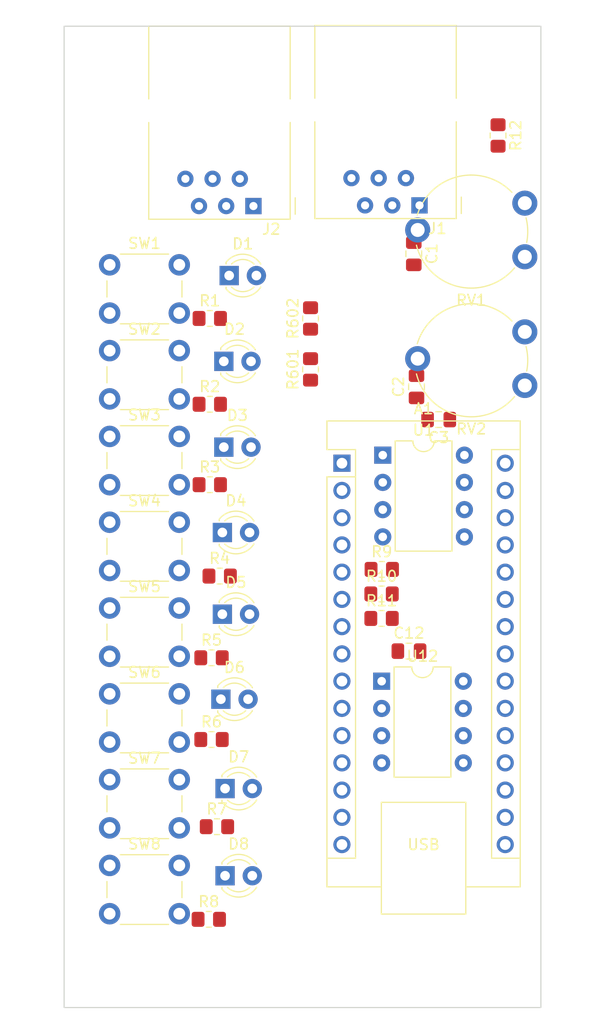
<source format=kicad_pcb>
(kicad_pcb (version 20211014) (generator pcbnew)
  (layers (0 "F.Cu" signal) (31 "B.Cu" signal) (34 "B.Paste" user) (35 "F.Paste" user) (36 "B.SilkS" user "B.Silkscreen") (37 "F.SilkS" user "F.Silkscreen") (38 "B.Mask" user) (39 "F.Mask" user) (44 "Edge.Cuts" user))
  (net 0 "")
  (net 1 "Tx")
  (net 2 "Rx")
  (net 4 "GND")
  (net 5 "dir")
  (net 6 "GPIO1")
  (net 7 "GPIO2")
  (net 8 "GPIO3")
  (net 9 "GPIO4")
  (net 10 "GPIO5")
  (net 11 "GPIO6")
  (net 12 "GPIO7")
  (net 13 "GPIO8")
  (net 19 "A0")
  (net 20 "A1")
  (net 25 "+5V")
  (net 27 "+12V")
  (net 28 "Net-(D1-Pad2)")
  (net 29 "Net-(D2-Pad2)")
  (net 30 "Net-(D3-Pad2)")
  (net 31 "Net-(D4-Pad2)")
  (net 32 "Net-(D5-Pad2)")
  (net 33 "Net-(D6-Pad2)")
  (net 34 "Net-(D7-Pad2)")
  (net 35 "Net-(D8-Pad2)")
  (net 37 "/Xnet/B")
  (net 38 "/Xnet/A")
  (net 42 "SDA")
  (net 43 "SCL")
  (footprint "Package_DIP:DIP-8_W7.62mm" (layer "F.Cu") (at 100.74 94.996)
    (fp_text reference "U1" (at 3.81 -2.33) (layer "F.SilkS"))
    (fp_text value "MAX485E")
    (fp_line (start 2.81 -1.33) (end 1.16 -1.33) (layer "F.SilkS") (width 0.12))
    (fp_line (start 1.16 -1.33) (end 1.16 8.95) (layer "F.SilkS") (width 0.12))
    (fp_line (start 6.46 -1.33) (end 4.81 -1.33) (layer "F.SilkS") (width 0.12))
    (fp_line (start 6.46 8.95) (end 6.46 -1.33) (layer "F.SilkS") (width 0.12))
    (fp_line (start 1.16 8.95) (end 6.46 8.95) (layer "F.SilkS") (width 0.12))
    (fp_arc (start 4.81 -1.33) (mid 3.81 -0.33) (end 2.81 -1.33) (layer "F.SilkS") (width 0.12))
    (pad "1" thru_hole rect (at 0 0) (size 1.6 1.6) (drill 0.8) (layers *.Cu *.Mask) (net 2 "Rx"))
    (pad "2" thru_hole oval (at 0 2.54) (size 1.6 1.6) (drill 0.8) (layers *.Cu *.Mask) (net 5 "dir"))
    (pad "3" thru_hole oval (at 0 5.08) (size 1.6 1.6) (drill 0.8) (layers *.Cu *.Mask) (net 5 "dir"))
    (pad "4" thru_hole oval (at 0 7.62) (size 1.6 1.6) (drill 0.8) (layers *.Cu *.Mask) (net 1 "Tx"))
    (pad "5" thru_hole oval (at 7.62 7.62) (size 1.6 1.6) (drill 0.8) (layers *.Cu *.Mask) (net 4 "GND"))
    (pad "6" thru_hole oval (at 7.62 5.08) (size 1.6 1.6) (drill 0.8) (layers *.Cu *.Mask) (net 38 "/Xnet/A"))
    (pad "7" thru_hole oval (at 7.62 2.54) (size 1.6 1.6) (drill 0.8) (layers *.Cu *.Mask) (net 37 "/Xnet/B"))
    (pad "8" thru_hole oval (at 7.62 0) (size 1.6 1.6) (drill 0.8) (layers *.Cu *.Mask) (net 25 "+5V"))
  )
  (footprint "Connector_RJ:RJ12_Amphenol_54601" (layer "F.Cu") (at 88.67 71.77 180)
    (fp_text reference "J2" (at -1.67 -2.16) (layer "F.SilkS"))
    (fp_text value "RJ12")
    (fp_line (start 9.77 16.77) (end 9.77 9.99) (layer "F.SilkS") (width 0.12))
    (fp_line (start 9.77 -1.23) (end 9.77 7.79) (layer "F.SilkS") (width 0.12))
    (fp_line (start -3.43 7.72) (end -3.43 7.79) (layer "F.SilkS") (width 0.1))
    (fp_line (start -3.43 7.79) (end -3.43 -1.23) (layer "F.SilkS") (width 0.12))
    (fp_line (start 9.77 16.65) (end 9.77 16.77) (layer "F.SilkS") (width 0.1))
    (fp_line (start -3.43 16.77) (end -3.43 9.99) (layer "F.SilkS") (width 0.12))
    (fp_line (start -3.9 0.77) (end -3.9 -0.76) (layer "F.SilkS") (width 0.12))
    (fp_line (start 9.77 16.76) (end 9.77 16.77) (layer "F.SilkS") (width 0.1))
    (fp_line (start -3.43 -1.23) (end 9.77 -1.23) (layer "F.SilkS") (width 0.12))
    (fp_line (start 9.77 16.77) (end -3.43 16.77) (layer "F.SilkS") (width 0.12))
    (pad "" np_thru_hole circle (at 8.25 8.89 180) (size 3.25 3.25) (drill 3.25) (layers *.Cu *.Mask))
    (pad "" np_thru_hole circle (at -1.91 8.89 180) (size 3.25 3.25) (drill 3.25) (layers *.Cu *.Mask))
    (pad "1" thru_hole rect (at 0 0 180) (size 1.52 1.52) (drill 0.76) (layers *.Cu *.Mask))
    (pad "2" thru_hole circle (at 1.27 2.54 180) (size 1.52 1.52) (drill 0.76) (layers *.Cu *.Mask) (net 4 "GND"))
    (pad "3" thru_hole circle (at 2.54 0 180) (size 1.52 1.52) (drill 0.76) (layers *.Cu *.Mask) (net 37 "/Xnet/B"))
    (pad "4" thru_hole circle (at 3.81 2.54 180) (size 1.52 1.52) (drill 0.76) (layers *.Cu *.Mask) (net 38 "/Xnet/A"))
    (pad "5" thru_hole circle (at 5.08 0 180) (size 1.52 1.52) (drill 0.76) (layers *.Cu *.Mask) (net 27 "+12V"))
    (pad "6" thru_hole circle (at 6.35 2.54 180) (size 1.52 1.52) (drill 0.76) (layers *.Cu *.Mask))
  )
  (footprint "LED_THT:LED_D3.0mm" (layer "F.Cu") (at 86.023 134.21)
    (fp_text reference "D8" (at 1.27 -2.96) (layer "F.SilkS"))
    (fp_text value "LED")
    (fp_line (start -0.29 -1.236) (end -0.29 -1.08) (layer "F.SilkS") (width 0.12))
    (fp_line (start -0.29 1.08) (end -0.29 1.236) (layer "F.SilkS") (width 0.12))
    (fp_arc (start -0.29 -1.235516) (mid 1.366487 -1.987659) (end 2.942335 -1.078608) (layer "F.SilkS") (width 0.12))
    (fp_arc (start 2.31113 1.079837) (mid 1.270117 1.5) (end 0.229039 1.08) (layer "F.SilkS") (width 0.12))
    (fp_arc (start 2.942335 1.078608) (mid 1.366487 1.987659) (end -0.29 1.235516) (layer "F.SilkS") (width 0.12))
    (fp_arc (start 0.229039 -1.08) (mid 1.270117 -1.5) (end 2.31113 -1.079837) (layer "F.SilkS") (width 0.12))
    (pad "1" thru_hole rect (at 0 0) (size 1.8 1.8) (drill 0.9) (layers *.Cu *.Mask) (net 13 "GPIO8"))
    (pad "2" thru_hole circle (at 2.54 0) (size 1.8 1.8) (drill 0.9) (layers *.Cu *.Mask) (net 35 "Net-(D8-Pad2)"))
  )
  (footprint "Button_Switch_THT:SW_PUSH_6mm_H4.3mm" (layer "F.Cu") (at 75.25 93.25)
    (fp_text reference "SW3" (at 3.25 -2) (layer "F.SilkS"))
    (fp_text value "SW_SPST")
    (fp_line (start 6.75 3) (end 6.75 1.5) (layer "F.SilkS") (width 0.12))
    (fp_line (start -0.25 1.5) (end -0.25 3) (layer "F.SilkS") (width 0.12))
    (fp_line (start 1 5.5) (end 5.5 5.5) (layer "F.SilkS") (width 0.12))
    (fp_line (start 5.5 -1) (end 1 -1) (layer "F.SilkS") (width 0.12))
    (pad "1" thru_hole circle (at 6.5 0 90) (size 2 2) (drill 1.1) (layers *.Cu *.Mask) (net 4 "GND"))
    (pad "1" thru_hole circle (at 0 0 90) (size 2 2) (drill 1.1) (layers *.Cu *.Mask) (net 4 "GND"))
    (pad "2" thru_hole circle (at 0 4.5 90) (size 2 2) (drill 1.1) (layers *.Cu *.Mask) (net 8 "GPIO3"))
    (pad "2" thru_hole circle (at 6.5 4.5 90) (size 2 2) (drill 1.1) (layers *.Cu *.Mask) (net 8 "GPIO3"))
  )
  (footprint "Module:Arduino_Nano" (layer "F.Cu") (at 96.93 95.746)
    (fp_text reference "A1" (at 7.62 -5.08) (layer "F.SilkS"))
    (fp_text value "Arduino_Nano_v3.x")
    (fp_text user "USB" (at 7.62 35.56 unlocked) (layer "F.SilkS"))
    (fp_line (start 1.27 36.83) (end -1.4 36.83) (layer "F.SilkS") (width 0.12))
    (fp_line (start 13.97 36.83) (end 16.64 36.83) (layer "F.SilkS") (width 0.12))
    (fp_line (start 13.97 -1.27) (end 16.64 -1.27) (layer "F.SilkS") (width 0.12))
    (fp_line (start 1.27 1.27) (end -1.4 1.27) (layer "F.SilkS") (width 0.12))
    (fp_line (start 1.27 1.27) (end 1.27 -1.27) (layer "F.SilkS") (width 0.12))
    (fp_line (start 16.64 39.5) (end 16.64 -3.94) (layer "F.SilkS") (width 0.12))
    (fp_line (start -1.4 39.5) (end 3.68 39.5) (layer "F.SilkS") (width 0.12))
    (fp_line (start 3.68 31.62) (end 11.56 31.62) (layer "F.SilkS") (width 0.12))
    (fp_line (start 11.56 42.04) (end 3.68 42.04) (layer "F.SilkS") (width 0.12))
    (fp_line (start -1.4 1.27) (end -1.4 39.5) (layer "F.SilkS") (width 0.12))
    (fp_line (start 16.64 39.5) (end 11.56 39.5) (layer "F.SilkS") (width 0.12))
    (fp_line (start -1.4 -3.94) (end -1.4 -1.27) (layer "F.SilkS") (width 0.12))
    (fp_line (start 1.27 1.27) (end 1.27 36.83) (layer "F.SilkS") (width 0.12))
    (fp_line (start 16.64 -3.94) (end -1.4 -3.94) (layer "F.SilkS") (width 0.12))
    (fp_line (start 13.97 -1.27) (end 13.97 36.83) (layer "F.SilkS") (width 0.12))
    (fp_line (start 3.68 42.04) (end 3.68 31.62) (layer "F.SilkS") (width 0.12))
    (fp_line (start 11.56 31.62) (end 11.56 42.04) (layer "F.SilkS") (width 0.12))
    (fp_line (start 1.27 -1.27) (end -1.4 -1.27) (layer "F.SilkS") (width 0.12))
    (pad "1" thru_hole rect (at 0 0) (size 1.6 1.6) (drill 1) (layers *.Cu *.Mask) (net 1 "Tx"))
    (pad "2" thru_hole oval (at 0 2.54) (size 1.6 1.6) (drill 1) (layers *.Cu *.Mask) (net 2 "Rx"))
    (pad "3" thru_hole oval (at 0 5.08) (size 1.6 1.6) (drill 1) (layers *.Cu *.Mask))
    (pad "4" thru_hole oval (at 0 7.62) (size 1.6 1.6) (drill 1) (layers *.Cu *.Mask) (net 4 "GND"))
    (pad "5" thru_hole oval (at 0 10.16) (size 1.6 1.6) (drill 1) (layers *.Cu *.Mask) (net 5 "dir"))
    (pad "6" thru_hole oval (at 0 12.7) (size 1.6 1.6) (drill 1) (layers *.Cu *.Mask) (net 6 "GPIO1"))
    (pad "7" thru_hole oval (at 0 15.24) (size 1.6 1.6) (drill 1) (layers *.Cu *.Mask) (net 7 "GPIO2"))
    (pad "8" thru_hole oval (at 0 17.78) (size 1.6 1.6) (drill 1) (layers *.Cu *.Mask) (net 8 "GPIO3"))
    (pad "9" thru_hole oval (at 0 20.32) (size 1.6 1.6) (drill 1) (layers *.Cu *.Mask) (net 9 "GPIO4"))
    (pad "10" thru_hole oval (at 0 22.86) (size 1.6 1.6) (drill 1) (layers *.Cu *.Mask) (net 10 "GPIO5"))
    (pad "11" thru_hole oval (at 0 25.4) (size 1.6 1.6) (drill 1) (layers *.Cu *.Mask) (net 11 "GPIO6"))
    (pad "12" thru_hole oval (at 0 27.94) (size 1.6 1.6) (drill 1) (layers *.Cu *.Mask) (net 12 "GPIO7"))
    (pad "13" thru_hole oval (at 0 30.48) (size 1.6 1.6) (drill 1) (layers *.Cu *.Mask) (net 13 "GPIO8"))
    (pad "14" thru_hole oval (at 0 33.02) (size 1.6 1.6) (drill 1) (layers *.Cu *.Mask))
    (pad "15" thru_hole oval (at 0 35.56) (size 1.6 1.6) (drill 1) (layers *.Cu *.Mask))
    (pad "16" thru_hole oval (at 15.24 35.56) (size 1.6 1.6) (drill 1) (layers *.Cu *.Mask))
    (pad "17" thru_hole oval (at 15.24 33.02) (size 1.6 1.6) (drill 1) (layers *.Cu *.Mask))
    (pad "18" thru_hole oval (at 15.24 30.48) (size 1.6 1.6) (drill 1) (layers *.Cu *.Mask))
    (pad "19" thru_hole oval (at 15.24 27.94) (size 1.6 1.6) (drill 1) (layers *.Cu *.Mask) (net 19 "A0"))
    (pad "20" thru_hole oval (at 15.24 25.4) (size 1.6 1.6) (drill 1) (layers *.Cu *.Mask) (net 20 "A1"))
    (pad "21" thru_hole oval (at 15.24 22.86) (size 1.6 1.6) (drill 1) (layers *.Cu *.Mask))
    (pad "22" thru_hole oval (at 15.24 20.32) (size 1.6 1.6) (drill 1) (layers *.Cu *.Mask))
    (pad "23" thru_hole oval (at 15.24 17.78) (size 1.6 1.6) (drill 1) (layers *.Cu *.Mask) (net 42 "SDA"))
    (pad "24" thru_hole oval (at 15.24 15.24) (size 1.6 1.6) (drill 1) (layers *.Cu *.Mask) (net 43 "SCL"))
    (pad "25" thru_hole oval (at 15.24 12.7) (size 1.6 1.6) (drill 1) (layers *.Cu *.Mask))
    (pad "26" thru_hole oval (at 15.24 10.16) (size 1.6 1.6) (drill 1) (layers *.Cu *.Mask))
    (pad "27" thru_hole oval (at 15.24 7.62) (size 1.6 1.6) (drill 1) (layers *.Cu *.Mask) (net 25 "+5V"))
    (pad "28" thru_hole oval (at 15.24 5.08) (size 1.6 1.6) (drill 1) (layers *.Cu *.Mask))
    (pad "29" thru_hole oval (at 15.24 2.54) (size 1.6 1.6) (drill 1) (layers *.Cu *.Mask) (net 4 "GND"))
    (pad "30" thru_hole oval (at 15.24 0) (size 1.6 1.6) (drill 1) (layers *.Cu *.Mask) (net 27 "+12V"))
  )
  (footprint "LED_THT:LED_D3.0mm" (layer "F.Cu") (at 85.906 94.25)
    (fp_text reference "D3" (at 1.27 -2.96) (layer "F.SilkS"))
    (fp_text value "LED")
    (fp_line (start -0.29 1.08) (end -0.29 1.236) (layer "F.SilkS") (width 0.12))
    (fp_line (start -0.29 -1.236) (end -0.29 -1.08) (layer "F.SilkS") (width 0.12))
    (fp_arc (start 0.229039 -1.08) (mid 1.270117 -1.5) (end 2.31113 -1.079837) (layer "F.SilkS") (width 0.12))
    (fp_arc (start 2.942335 1.078608) (mid 1.366487 1.987659) (end -0.29 1.235516) (layer "F.SilkS") (width 0.12))
    (fp_arc (start -0.29 -1.235516) (mid 1.366487 -1.987659) (end 2.942335 -1.078608) (layer "F.SilkS") (width 0.12))
    (fp_arc (start 2.31113 1.079837) (mid 1.270117 1.5) (end 0.229039 1.08) (layer "F.SilkS") (width 0.12))
    (pad "1" thru_hole rect (at 0 0) (size 1.8 1.8) (drill 0.9) (layers *.Cu *.Mask) (net 8 "GPIO3"))
    (pad "2" thru_hole circle (at 2.54 0) (size 1.8 1.8) (drill 0.9) (layers *.Cu *.Mask) (net 30 "Net-(D3-Pad2)"))
  )
  (footprint "Resistor_SMD:R_0805_2012Metric_Pad1.20x1.40mm_HandSolder" (layer "F.Cu") (at 100.648 105.648)
    (fp_text reference "R9" (at 0 -1.65) (layer "F.SilkS"))
    (fp_text value "10k")
    (fp_line (start -0.227064 0.735) (end 0.227064 0.735) (layer "F.SilkS") (width 0.12))
    (fp_line (start -0.227064 -0.735) (end 0.227064 -0.735) (layer "F.SilkS") (width 0.12))
    (pad "1" smd roundrect (at -1 0) (size 1.2 1.4) (layers "F.Cu" "F.Paste" "F.Mask") (roundrect_rratio 0.208333) (net 1 "Tx"))
    (pad "2" smd roundrect (at 1 0) (size 1.2 1.4) (layers "F.Cu" "F.Paste" "F.Mask") (roundrect_rratio 0.208333) (net 25 "+5V"))
  )
  (footprint "Capacitor_SMD:C_0805_2012Metric_Pad1.18x1.45mm_HandSolder" (layer "F.Cu") (at 103.188 113.268)
    (fp_text reference "C12" (at 0 -1.68) (layer "F.SilkS"))
    (fp_text value "100nF")
    (fp_line (start -0.261252 -0.735) (end 0.261252 -0.735) (layer "F.SilkS") (width 0.12))
    (fp_line (start -0.261252 0.735) (end 0.261252 0.735) (layer "F.SilkS") (width 0.12))
    (pad "1" smd roundrect (at -1.0375 0) (size 1.175 1.45) (layers "F.Cu" "F.Paste" "F.Mask") (roundrect_rratio 0.212766) (net 4 "GND"))
    (pad "2" smd roundrect (at 1.0375 0) (size 1.175 1.45) (layers "F.Cu" "F.Paste" "F.Mask") (roundrect_rratio 0.212766) (net 25 "+5V"))
  )
  (footprint "Capacitor_SMD:C_0805_2012Metric_Pad1.18x1.45mm_HandSolder" (layer "F.Cu") (at 103.89 88.622 90)
    (fp_text reference "C2" (at 0 -1.68 90) (layer "F.SilkS"))
    (fp_text value "C")
    (fp_line (start -0.261252 -0.735) (end 0.261252 -0.735) (layer "F.SilkS") (width 0.12))
    (fp_line (start -0.261252 0.735) (end 0.261252 0.735) (layer "F.SilkS") (width 0.12))
    (pad "1" smd roundrect (at -1.0375 0 90) (size 1.175 1.45) (layers "F.Cu" "F.Paste" "F.Mask") (roundrect_rratio 0.212766) (net 19 "A0"))
    (pad "2" smd roundrect (at 1.0375 0 90) (size 1.175 1.45) (layers "F.Cu" "F.Paste" "F.Mask") (roundrect_rratio 0.212766) (net 4 "GND"))
  )
  (footprint "Resistor_SMD:R_0805_2012Metric_Pad1.20x1.40mm_HandSolder" (layer "F.Cu") (at 84.596 82.25)
    (fp_text reference "R1" (at 0 -1.65) (layer "F.SilkS"))
    (fp_text value "R")
    (fp_line (start -0.227064 0.735) (end 0.227064 0.735) (layer "F.SilkS") (width 0.12))
    (fp_line (start -0.227064 -0.735) (end 0.227064 -0.735) (layer "F.SilkS") (width 0.12))
    (pad "1" smd roundrect (at -1 0) (size 1.2 1.4) (layers "F.Cu" "F.Paste" "F.Mask") (roundrect_rratio 0.208333) (net 25 "+5V"))
    (pad "2" smd roundrect (at 1 0) (size 1.2 1.4) (layers "F.Cu" "F.Paste" "F.Mask") (roundrect_rratio 0.208333) (net 28 "Net-(D1-Pad2)"))
  )
  (footprint "Resistor_SMD:R_0805_2012Metric_Pad1.20x1.40mm_HandSolder" (layer "F.Cu") (at 111.5 65.19 -90)
    (fp_text reference "R12" (at 0 -1.65 -90) (layer "F.SilkS"))
    (fp_text value "120R")
    (fp_line (start -0.227064 0.735) (end 0.227064 0.735) (layer "F.SilkS") (width 0.12))
    (fp_line (start -0.227064 -0.735) (end 0.227064 -0.735) (layer "F.SilkS") (width 0.12))
    (pad "1" smd roundrect (at -1 0 270) (size 1.2 1.4) (layers "F.Cu" "F.Paste" "F.Mask") (roundrect_rratio 0.208333) (net 38 "/Xnet/A"))
    (pad "2" smd roundrect (at 1 0 270) (size 1.2 1.4) (layers "F.Cu" "F.Paste" "F.Mask") (roundrect_rratio 0.208333) (net 37 "/Xnet/B"))
  )
  (footprint "Resistor_SMD:R_0805_2012Metric_Pad1.20x1.40mm_HandSolder" (layer "F.Cu") (at 100.628 110.22)
    (fp_text reference "R11" (at 0 -1.65) (layer "F.SilkS"))
    (fp_text value "10k")
    (fp_line (start -0.227064 0.735) (end 0.227064 0.735) (layer "F.SilkS") (width 0.12))
    (fp_line (start -0.227064 -0.735) (end 0.227064 -0.735) (layer "F.SilkS") (width 0.12))
    (pad "1" smd roundrect (at -1 0) (size 1.2 1.4) (layers "F.Cu" "F.Paste" "F.Mask") (roundrect_rratio 0.208333) (net 2 "Rx"))
    (pad "2" smd roundrect (at 1 0) (size 1.2 1.4) (layers "F.Cu" "F.Paste" "F.Mask") (roundrect_rratio 0.208333) (net 25 "+5V"))
  )
  (footprint "Resistor_SMD:R_0805_2012Metric_Pad1.20x1.40mm_HandSolder" (layer "F.Cu") (at 84.758 113.89)
    (fp_text reference "R5" (at 0 -1.65) (layer "F.SilkS"))
    (fp_text value "R")
    (fp_line (start -0.227064 -0.735) (end 0.227064 -0.735) (layer "F.SilkS") (width 0.12))
    (fp_line (start -0.227064 0.735) (end 0.227064 0.735) (layer "F.SilkS") (width 0.12))
    (pad "1" smd roundrect (at -1 0) (size 1.2 1.4) (layers "F.Cu" "F.Paste" "F.Mask") (roundrect_rratio 0.208333) (net 25 "+5V"))
    (pad "2" smd roundrect (at 1 0) (size 1.2 1.4) (layers "F.Cu" "F.Paste" "F.Mask") (roundrect_rratio 0.208333) (net 32 "Net-(D5-Pad2)"))
  )
  (footprint "Resistor_SMD:R_0805_2012Metric_Pad1.20x1.40mm_HandSolder" (layer "F.Cu") (at 85.52 106.27)
    (fp_text reference "R4" (at 0 -1.65) (layer "F.SilkS"))
    (fp_text value "R")
    (fp_line (start -0.227064 0.735) (end 0.227064 0.735) (layer "F.SilkS") (width 0.12))
    (fp_line (start -0.227064 -0.735) (end 0.227064 -0.735) (layer "F.SilkS") (width 0.12))
    (pad "1" smd roundrect (at -1 0) (size 1.2 1.4) (layers "F.Cu" "F.Paste" "F.Mask") (roundrect_rratio 0.208333) (net 25 "+5V"))
    (pad "2" smd roundrect (at 1 0) (size 1.2 1.4) (layers "F.Cu" "F.Paste" "F.Mask") (roundrect_rratio 0.208333) (net 31 "Net-(D4-Pad2)"))
  )
  (footprint "Button_Switch_THT:SW_PUSH_6mm_H4.3mm" (layer "F.Cu") (at 75.25 117.25)
    (fp_text reference "SW6" (at 3.25 -2) (layer "F.SilkS"))
    (fp_text value "SW_SPST")
    (fp_line (start -0.25 1.5) (end -0.25 3) (layer "F.SilkS") (width 0.12))
    (fp_line (start 1 5.5) (end 5.5 5.5) (layer "F.SilkS") (width 0.12))
    (fp_line (start 5.5 -1) (end 1 -1) (layer "F.SilkS") (width 0.12))
    (fp_line (start 6.75 3) (end 6.75 1.5) (layer "F.SilkS") (width 0.12))
    (pad "1" thru_hole circle (at 6.5 0 90) (size 2 2) (drill 1.1) (layers *.Cu *.Mask) (net 4 "GND"))
    (pad "1" thru_hole circle (at 0 0 90) (size 2 2) (drill 1.1) (layers *.Cu *.Mask) (net 4 "GND"))
    (pad "2" thru_hole circle (at 0 4.5 90) (size 2 2) (drill 1.1) (layers *.Cu *.Mask) (net 11 "GPIO6"))
    (pad "2" thru_hole circle (at 6.5 4.5 90) (size 2 2) (drill 1.1) (layers *.Cu *.Mask) (net 11 "GPIO6"))
  )
  (footprint "Resistor_SMD:R_0805_2012Metric_Pad1.20x1.40mm_HandSolder" (layer "F.Cu") (at 84.596 97.75)
    (fp_text reference "R3" (at 0 -1.65) (layer "F.SilkS"))
    (fp_text value "R")
    (fp_line (start -0.227064 0.735) (end 0.227064 0.735) (layer "F.SilkS") (width 0.12))
    (fp_line (start -0.227064 -0.735) (end 0.227064 -0.735) (layer "F.SilkS") (width 0.12))
    (pad "1" smd roundrect (at -1 0) (size 1.2 1.4) (layers "F.Cu" "F.Paste" "F.Mask") (roundrect_rratio 0.208333) (net 25 "+5V"))
    (pad "2" smd roundrect (at 1 0) (size 1.2 1.4) (layers "F.Cu" "F.Paste" "F.Mask") (roundrect_rratio 0.208333) (net 30 "Net-(D3-Pad2)"))
  )
  (footprint "Button_Switch_THT:SW_PUSH_6mm_H4.3mm" (layer "F.Cu") (at 75.25 77.25)
    (fp_text reference "SW1" (at 3.25 -2) (layer "F.SilkS"))
    (fp_text value "SW_SPST")
    (fp_line (start 1 5.5) (end 5.5 5.5) (layer "F.SilkS") (width 0.12))
    (fp_line (start 6.75 3) (end 6.75 1.5) (layer "F.SilkS") (width 0.12))
    (fp_line (start -0.25 1.5) (end -0.25 3) (layer "F.SilkS") (width 0.12))
    (fp_line (start 5.5 -1) (end 1 -1) (layer "F.SilkS") (width 0.12))
    (pad "1" thru_hole circle (at 6.5 0 90) (size 2 2) (drill 1.1) (layers *.Cu *.Mask) (net 4 "GND"))
    (pad "1" thru_hole circle (at 0 0 90) (size 2 2) (drill 1.1) (layers *.Cu *.Mask) (net 4 "GND"))
    (pad "2" thru_hole circle (at 6.5 4.5 90) (size 2 2) (drill 1.1) (layers *.Cu *.Mask) (net 6 "GPIO1"))
    (pad "2" thru_hole circle (at 0 4.5 90) (size 2 2) (drill 1.1) (layers *.Cu *.Mask) (net 6 "GPIO1"))
  )
  (footprint "Potentiometer_THT:Potentiometer_Piher_PT-10-V10_Vertical" (layer "F.Cu") (at 114 71.5 180)
    (fp_text reference "RV1" (at 5 -9.05) (layer "F.SilkS"))
    (fp_text value "R_Potentiometer")
    (fp_arc (start -0.11439 -1.375119) (mid -0.269093 -2.512295) (end -0.174 -3.656) (layer "F.SilkS") (width 0.12))
    (fp_arc (start 0.963379 -6.038474) (mid 6.186565 -7.784991) (end 10.114 -3.924) (layer "F.SilkS") (width 0.12))
    (fp_arc (start 5.09203 2.619358) (mid 2.983245 2.219015) (end 1.209 1.011) (layer "F.SilkS") (width 0.12))
    (fp_arc (start 10.039726 -1.109201) (mid 8.134716 1.586326) (end 5 2.62) (layer "F.SilkS") (width 0.12))
    (pad "1" thru_hole circle (at 0 0 180) (size 2.34 2.34) (drill 1.3) (layers *.Cu *.Mask) (net 4 "GND"))
    (pad "2" thru_hole circle (at 10 -2.5 180) (size 2.34 2.34) (drill 1.3) (layers *.Cu *.Mask) (net 20 "A1"))
    (pad "3" thru_hole circle (at 0 -5 180) (size 2.34 2.34) (drill 1.3) (layers *.Cu *.Mask) (net 25 "+5V"))
  )
  (footprint "LED_THT:LED_D3.0mm" (layer "F.Cu") (at 85.769 102.206)
    (fp_text reference "D4" (at 1.27 -2.96) (layer "F.SilkS"))
    (fp_text value "LED")
    (fp_line (start -0.29 1.08) (end -0.29 1.236) (layer "F.SilkS") (width 0.12))
    (fp_line (start -0.29 -1.236) (end -0.29 -1.08) (layer "F.SilkS") (width 0.12))
    (fp_arc (start 2.942335 1.078608) (mid 1.366487 1.987659) (end -0.29 1.235516) (layer "F.SilkS") (width 0.12))
    (fp_arc (start -0.29 -1.235516) (mid 1.366487 -1.987659) (end 2.942335 -1.078608) (layer "F.SilkS") (width 0.12))
    (fp_arc (start 0.229039 -1.08) (mid 1.270117 -1.5) (end 2.31113 -1.079837) (layer "F.SilkS") (width 0.12))
    (fp_arc (start 2.31113 1.079837) (mid 1.270117 1.5) (end 0.229039 1.08) (layer "F.SilkS") (width 0.12))
    (pad "1" thru_hole rect (at 0 0) (size 1.8 1.8) (drill 0.9) (layers *.Cu *.Mask) (net 9 "GPIO4"))
    (pad "2" thru_hole circle (at 2.54 0) (size 1.8 1.8) (drill 0.9) (layers *.Cu *.Mask) (net 31 "Net-(D4-Pad2)"))
  )
  (footprint "Package_DIP:DIP-8_W7.62mm" (layer "F.Cu") (at 100.638 116.072)
    (fp_text reference "U12" (at 3.81 -2.33) (layer "F.SilkS"))
    (fp_text value "24LC256")
    (fp_line (start 1.16 -1.33) (end 1.16 8.95) (layer "F.SilkS") (width 0.12))
    (fp_line (start 1.16 8.95) (end 6.46 8.95) (layer "F.SilkS") (width 0.12))
    (fp_line (start 2.81 -1.33) (end 1.16 -1.33) (layer "F.SilkS") (width 0.12))
    (fp_line (start 6.46 -1.33) (end 4.81 -1.33) (layer "F.SilkS") (width 0.12))
    (fp_line (start 6.46 8.95) (end 6.46 -1.33) (layer "F.SilkS") (width 0.12))
    (fp_arc (start 4.81 -1.33) (mid 3.81 -0.33) (end 2.81 -1.33) (layer "F.SilkS") (width 0.12))
    (pad "1" thru_hole rect (at 0 0) (size 1.6 1.6) (drill 0.8) (layers *.Cu *.Mask) (net 4 "GND"))
    (pad "2" thru_hole oval (at 0 2.54) (size 1.6 1.6) (drill 0.8) (layers *.Cu *.Mask) (net 4 "GND"))
    (pad "3" thru_hole oval (at 0 5.08) (size 1.6 1.6) (drill 0.8) (layers *.Cu *.Mask) (net 4 "GND"))
    (pad "4" thru_hole oval (at 0 7.62) (size 1.6 1.6) (drill 0.8) (layers *.Cu *.Mask) (net 4 "GND"))
    (pad "5" thru_hole oval (at 7.62 7.62) (size 1.6 1.6) (drill 0.8) (layers *.Cu *.Mask) (net 42 "SDA"))
    (pad "6" thru_hole oval (at 7.62 5.08) (size 1.6 1.6) (drill 0.8) (layers *.Cu *.Mask) (net 43 "SCL"))
    (pad "7" thru_hole oval (at 7.62 2.54) (size 1.6 1.6) (drill 0.8) (layers *.Cu *.Mask) (net 4 "GND"))
    (pad "8" thru_hole oval (at 7.62 0) (size 1.6 1.6) (drill 0.8) (layers *.Cu *.Mask) (net 25 "+5V"))
  )
  (footprint "LED_THT:LED_D3.0mm" (layer "F.Cu") (at 85.631 117.75)
    (fp_text reference "D6" (at 1.27 -2.96) (layer "F.SilkS"))
    (fp_text value "LED")
    (fp_line (start -0.29 -1.236) (end -0.29 -1.08) (layer "F.SilkS") (width 0.12))
    (fp_line (start -0.29 1.08) (end -0.29 1.236) (layer "F.SilkS") (width 0.12))
    (fp_arc (start 2.942335 1.078608) (mid 1.366487 1.987659) (end -0.29 1.235516) (layer "F.SilkS") (width 0.12))
    (fp_arc (start 0.229039 -1.08) (mid 1.270117 -1.5) (end 2.31113 -1.079837) (layer "F.SilkS") (width 0.12))
    (fp_arc (start 2.31113 1.079837) (mid 1.270117 1.5) (end 0.229039 1.08) (layer "F.SilkS") (width 0.12))
    (fp_arc (start -0.29 -1.235516) (mid 1.366487 -1.987659) (end 2.942335 -1.078608) (layer "F.SilkS") (width 0.12))
    (pad "1" thru_hole rect (at 0 0) (size 1.8 1.8) (drill 0.9) (layers *.Cu *.Mask) (net 11 "GPIO6"))
    (pad "2" thru_hole circle (at 2.54 0) (size 1.8 1.8) (drill 0.9) (layers *.Cu *.Mask) (net 33 "Net-(D6-Pad2)"))
  )
  (footprint "Resistor_SMD:R_0805_2012Metric_Pad1.20x1.40mm_HandSolder" (layer "F.Cu") (at 84.758 121.51)
    (fp_text reference "R6" (at 0 -1.65) (layer "F.SilkS"))
    (fp_text value "R")
    (fp_line (start -0.227064 -0.735) (end 0.227064 -0.735) (layer "F.SilkS") (width 0.12))
    (fp_line (start -0.227064 0.735) (end 0.227064 0.735) (layer "F.SilkS") (width 0.12))
    (pad "1" smd roundrect (at -1 0) (size 1.2 1.4) (layers "F.Cu" "F.Paste" "F.Mask") (roundrect_rratio 0.208333) (net 25 "+5V"))
    (pad "2" smd roundrect (at 1 0) (size 1.2 1.4) (layers "F.Cu" "F.Paste" "F.Mask") (roundrect_rratio 0.208333) (net 33 "Net-(D6-Pad2)"))
  )
  (footprint "MountingHole:MountingHole_3.2mm_M3" (layer "F.Cu") (at 112 58.5)
    (fp_text reference "REF**" hide)
    (fp_text value "MountingHole_3.2mm_M3")
    (pad "" np_thru_hole circle (at 0 0) (size 3.2 3.2) (drill 3.2) (layers *.Cu *.Mask))
  )
  (footprint "Button_Switch_THT:SW_PUSH_6mm_H4.3mm" (layer "F.Cu") (at 75.25 125.25)
    (fp_text reference "SW7" (at 3.25 -2) (layer "F.SilkS"))
    (fp_text value "SW_SPST")
    (fp_line (start 6.75 3) (end 6.75 1.5) (layer "F.SilkS") (width 0.12))
    (fp_line (start 5.5 -1) (end 1 -1) (layer "F.SilkS") (width 0.12))
    (fp_line (start 1 5.5) (end 5.5 5.5) (layer "F.SilkS") (width 0.12))
    (fp_line (start -0.25 1.5) (end -0.25 3) (layer "F.SilkS") (width 0.12))
    (pad "1" thru_hole circle (at 0 0 90) (size 2 2) (drill 1.1) (layers *.Cu *.Mask) (net 4 "GND"))
    (pad "1" thru_hole circle (at 6.5 0 90) (size 2 2) (drill 1.1) (layers *.Cu *.Mask) (net 4 "GND"))
    (pad "2" thru_hole circle (at 6.5 4.5 90) (size 2 2) (drill 1.1) (layers *.Cu *.Mask) (net 12 "GPIO7"))
    (pad "2" thru_hole circle (at 0 4.5 90) (size 2 2) (drill 1.1) (layers *.Cu *.Mask) (net 12 "GPIO7"))
  )
  (footprint "Resistor_SMD:R_0805_2012Metric_Pad1.20x1.40mm_HandSolder" (layer "F.Cu") (at 84.504 138.274)
    (fp_text reference "R8" (at 0 -1.65) (layer "F.SilkS"))
    (fp_text value "R")
    (fp_line (start -0.227064 0.735) (end 0.227064 0.735) (layer "F.SilkS") (width 0.12))
    (fp_line (start -0.227064 -0.735) (end 0.227064 -0.735) (layer "F.SilkS") (width 0.12))
    (pad "1" smd roundrect (at -1 0) (size 1.2 1.4) (layers "F.Cu" "F.Paste" "F.Mask") (roundrect_rratio 0.208333) (net 25 "+5V"))
    (pad "2" smd roundrect (at 1 0) (size 1.2 1.4) (layers "F.Cu" "F.Paste" "F.Mask") (roundrect_rratio 0.208333) (net 35 "Net-(D8-Pad2)"))
  )
  (footprint "Resistor_SMD:R_0805_2012Metric_Pad1.20x1.40mm_HandSolder" (layer "F.Cu") (at 94 87 90)
    (fp_text reference "R601" (at 0 -1.65 90) (layer "F.SilkS"))
    (fp_text value "4k7")
    (fp_line (start -0.227064 -0.735) (end 0.227064 -0.735) (layer "F.SilkS") (width 0.12))
    (fp_line (start -0.227064 0.735) (end 0.227064 0.735) (layer "F.SilkS") (width 0.12))
    (pad "1" smd roundrect (at -1 0 90) (size 1.2 1.4) (layers "F.Cu" "F.Paste" "F.Mask") (roundrect_rratio 0.208333) (net 25 "+5V"))
    (pad "2" smd roundrect (at 1 0 90) (size 1.2 1.4) (layers "F.Cu" "F.Paste" "F.Mask") (roundrect_rratio 0.208333) (net 42 "SDA"))
  )
  (footprint "MountingHole:MountingHole_3.2mm_M3" (layer "F.Cu") (at 112 143)
    (fp_text reference "REF**" hide)
    (fp_text value "MountingHole_3.2mm_M3")
    (pad "" np_thru_hole circle (at 0 0) (size 3.2 3.2) (drill 3.2) (layers F&B.Cu *.Mask))
  )
  (footprint "Button_Switch_THT:SW_PUSH_6mm_H4.3mm" (layer "F.Cu") (at 75.25 85.25)
    (fp_text reference "SW2" (at 3.25 -2) (layer "F.SilkS"))
    (fp_text value "SW_SPST")
    (fp_line (start 6.75 3) (end 6.75 1.5) (layer "F.SilkS") (width 0.12))
    (fp_line (start -0.25 1.5) (end -0.25 3) (layer "F.SilkS") (width 0.12))
    (fp_line (start 5.5 -1) (end 1 -1) (layer "F.SilkS") (width 0.12))
    (fp_line (start 1 5.5) (end 5.5 5.5) (layer "F.SilkS") (width 0.12))
    (pad "1" thru_hole circle (at 0 0 90) (size 2 2) (drill 1.1) (layers *.Cu *.Mask) (net 4 "GND"))
    (pad "1" thru_hole circle (at 6.5 0 90) (size 2 2) (drill 1.1) (layers *.Cu *.Mask) (net 4 "GND"))
    (pad "2" thru_hole circle (at 6.5 4.5 90) (size 2 2) (drill 1.1) (layers *.Cu *.Mask) (net 7 "GPIO2"))
    (pad "2" thru_hole circle (at 0 4.5 90) (size 2 2) (drill 1.1) (layers *.Cu *.Mask) (net 7 "GPIO2"))
  )
  (footprint "MountingHole:MountingHole_3.2mm_M3" (layer "F.Cu") (at 74.5 143)
    (fp_text reference "REF**" hide)
    (fp_text value "MountingHole_3.2mm_M3")
    (pad "" np_thru_hole circle (at 0 0) (size 3.2 3.2) (drill 3.2) (layers F&B.Cu *.Mask))
  )
  (footprint "Capacitor_SMD:C_0805_2012Metric_Pad1.18x1.45mm_HandSolder" (layer "F.Cu") (at 103.636 76.216 -90)
    (fp_text reference "C1" (at 0 -1.68 -90) (layer "F.SilkS"))
    (fp_text value "C")
    (fp_line (start -0.261252 0.735) (end 0.261252 0.735) (layer "F.SilkS") (width 0.12))
    (fp_line (start -0.261252 -0.735) (end 0.261252 -0.735) (layer "F.SilkS") (width 0.12))
    (pad "1" smd roundrect (at -1.0375 0 270) (size 1.175 1.45) (layers "F.Cu" "F.Paste" "F.Mask") (roundrect_rratio 0.212766) (net 20 "A1"))
    (pad "2" smd roundrect (at 1.0375 0 270) (size 1.175 1.45) (layers "F.Cu" "F.Paste" "F.Mask") (roundrect_rratio 0.212766) (net 4 "GND"))
  )
  (footprint "Resistor_SMD:R_0805_2012Metric_Pad1.20x1.40mm_HandSolder" (layer "F.Cu") (at 100.628 107.938)
    (fp_text reference "R10" (at 0 -1.65) (layer "F.SilkS"))
    (fp_text value "10k")
    (fp_line (start -0.227064 0.735) (end 0.227064 0.735) (layer "F.SilkS") (width 0.12))
    (fp_line (start -0.227064 -0.735) (end 0.227064 -0.735) (layer "F.SilkS") (width 0.12))
    (pad "1" smd roundrect (at -1 0) (size 1.2 1.4) (layers "F.Cu" "F.Paste" "F.Mask") (roundrect_rratio 0.208333) (net 5 "dir"))
    (pad "2" smd roundrect (at 1 0) (size 1.2 1.4) (layers "F.Cu" "F.Paste" "F.Mask") (roundrect_rratio 0.208333) (net 25 "+5V"))
  )
  (footprint "LED_THT:LED_D3.0mm" (layer "F.Cu") (at 85.769 109.826)
    (fp_text reference "D5" (at 1.27 -2.96) (layer "F.SilkS"))
    (fp_text value "LED")
    (fp_line (start -0.29 -1.236) (end -0.29 -1.08) (layer "F.SilkS") (width 0.12))
    (fp_line (start -0.29 1.08) (end -0.29 1.236) (layer "F.SilkS") (width 0.12))
    (fp_arc (start 2.942335 1.078608) (mid 1.366487 1.987659) (end -0.29 1.235516) (layer "F.SilkS") (width 0.12))
    (fp_arc (start 0.229039 -1.08) (mid 1.270117 -1.5) (end 2.31113 -1.079837) (layer "F.SilkS") (width 0.12))
    (fp_arc (start -0.29 -1.235516) (mid 1.366487 -1.987659) (end 2.942335 -1.078608) (layer "F.SilkS") (width 0.12))
    (fp_arc (start 2.31113 1.079837) (mid 1.270117 1.5) (end 0.229039 1.08) (layer "F.SilkS") (width 0.12))
    (pad "1" thru_hole rect (at 0 0) (size 1.8 1.8) (drill 0.9) (layers *.Cu *.Mask) (net 10 "GPIO5"))
    (pad "2" thru_hole circle (at 2.54 0) (size 1.8 1.8) (drill 0.9) (layers *.Cu *.Mask) (net 32 "Net-(D5-Pad2)"))
  )
  (footprint "Connector_RJ:RJ12_Amphenol_54601" (layer "F.Cu") (at 104.17 71.706 180)
    (fp_text reference "J1" (at -1.67 -2.16) (layer "F.SilkS"))
    (fp_text value "RJ12")
    (fp_line (start 9.77 16.65) (end 9.77 16.77) (layer "F.SilkS") (width 0.1))
    (fp_line (start -3.43 16.77) (end -3.43 9.99) (layer "F.SilkS") (width 0.12))
    (fp_line (start -3.43 7.72) (end -3.43 7.79) (layer "F.SilkS") (width 0.1))
    (fp_line (start 9.77 16.76) (end 9.77 16.77) (layer "F.SilkS") (width 0.1))
    (fp_line (start 9.77 -1.23) (end 9.77 7.79) (layer "F.SilkS") (width 0.12))
    (fp_line (start -3.43 -1.23) (end 9.77 -1.23) (layer "F.SilkS") (width 0.12))
    (fp_line (start 9.77 16.77) (end 9.77 9.99) (layer "F.SilkS") (width 0.12))
    (fp_line (start -3.43 7.79) (end -3.43 -1.23) (layer "F.SilkS") (width 0.12))
    (fp_line (start -3.9 0.77) (end -3.9 -0.76) (layer "F.SilkS") (width 0.12))
    (fp_line (start 9.77 16.77) (end -3.43 16.77) (layer "F.SilkS") (width 0.12))
    (pad "" np_thru_hole circle (at -1.91 8.89 180) (size 3.25 3.25) (drill 3.25) (layers *.Cu *.Mask))
    (pad "" np_thru_hole circle (at 8.25 8.89 180) (size 3.25 3.25) (drill 3.25) (layers *.Cu *.Mask))
    (pad "1" thru_hole rect (at 0 0 180) (size 1.52 1.52) (drill 0.76) (layers *.Cu *.Mask))
    (pad "2" thru_hole circle (at 1.27 2.54 180) (size 1.52 1.52) (drill 0.76) (layers *.Cu *.Mask) (net 4 "GND"))
    (pad "3" thru_hole circle (at 2.54 0 180) (size 1.52 1.52) (drill 0.76) (layers *.Cu *.Mask) (net 37 "/Xnet/B"))
    (pad "4" thru_hole circle (at 3.81 2.54 180) (size 1.52 1.52) (drill 0.76) (layers *.Cu *.Mask) (net 38 "/Xnet/A"))
    (pad "5" thru_hole circle (at 5.08 0 180) (size 1.52 1.52) (drill 0.76) (layers *.Cu *.Mask) (net 27 "+12V"))
    (pad "6" thru_hole circle (at 6.35 2.54 180) (size 1.52 1.52) (drill 0.76) (layers *.Cu *.Mask))
  )
  (footprint "Button_Switch_THT:SW_PUSH_6mm_H4.3mm" (layer "F.Cu") (at 75.25 133.25)
    (fp_text reference "SW8" (at 3.25 -2) (layer "F.SilkS"))
    (fp_text value "SW_SPST")
    (fp_line (start 5.5 -1) (end 1 -1) (layer "F.SilkS") (width 0.12))
    (fp_line (start -0.25 1.5) (end -0.25 3) (layer "F.SilkS") (width 0.12))
    (fp_line (start 6.75 3) (end 6.75 1.5) (layer "F.SilkS") (width 0.12))
    (fp_line (start 1 5.5) (end 5.5 5.5) (layer "F.SilkS") (width 0.12))
    (pad "1" thru_hole circle (at 6.5 0 90) (size 2 2) (drill 1.1) (layers *.Cu *.Mask) (net 4 "GND"))
    (pad "1" thru_hole circle (at 0 0 90) (size 2 2) (drill 1.1) (layers *.Cu *.Mask) (net 4 "GND"))
    (pad "2" thru_hole circle (at 0 4.5 90) (size 2 2) (drill 1.1) (layers *.Cu *.Mask) (net 13 "GPIO8"))
    (pad "2" thru_hole circle (at 6.5 4.5 90) (size 2 2) (drill 1.1) (layers *.Cu *.Mask) (net 13 "GPIO8"))
  )
  (footprint "Button_Switch_THT:SW_PUSH_6mm_H4.3mm" (layer "F.Cu") (at 75.25 101.25)
    (fp_text reference "SW4" (at 3.25 -2) (layer "F.SilkS"))
    (fp_text value "SW_SPST")
    (fp_line (start 1 5.5) (end 5.5 5.5) (layer "F.SilkS") (width 0.12))
    (fp_line (start 6.75 3) (end 6.75 1.5) (layer "F.SilkS") (width 0.12))
    (fp_line (start -0.25 1.5) (end -0.25 3) (layer "F.SilkS") (width 0.12))
    (fp_line (start 5.5 -1) (end 1 -1) (layer "F.SilkS") (width 0.12))
    (pad "1" thru_hole circle (at 6.5 0 90) (size 2 2) (drill 1.1) (layers *.Cu *.Mask) (net 4 "GND"))
    (pad "1" thru_hole circle (at 0 0 90) (size 2 2) (drill 1.1) (layers *.Cu *.Mask) (net 4 "GND"))
    (pad "2" thru_hole circle (at 6.5 4.5 90) (size 2 2) (drill 1.1) (layers *.Cu *.Mask) (net 9 "GPIO4"))
    (pad "2" thru_hole circle (at 0 4.5 90) (size 2 2) (drill 1.1) (layers *.Cu *.Mask) (net 9 "GPIO4"))
  )
  (footprint "Resistor_SMD:R_0805_2012Metric_Pad1.20x1.40mm_HandSolder" (layer "F.Cu") (at 94 82.25 90)
    (fp_text reference "R602" (at 0 -1.65 90) (layer "F.SilkS"))
    (fp_text value "4k7")
    (fp_line (start -0.227064 -0.735) (end 0.227064 -0.735) (layer "F.SilkS") (width 0.12))
    (fp_line (start -0.227064 0.735) (end 0.227064 0.735) (layer "F.SilkS") (width 0.12))
    (pad "1" smd roundrect (at -1 0 90) (size 1.2 1.4) (layers "F.Cu" "F.Paste" "F.Mask") (roundrect_rratio 0.208333) (net 25 "+5V"))
    (pad "2" smd roundrect (at 1 0 90) (size 1.2 1.4) (layers "F.Cu" "F.Paste" "F.Mask") (roundrect_rratio 0.208333) (net 43 "SCL"))
  )
  (footprint "MountingHole:MountingHole_3.2mm_M3" (layer "F.Cu") (at 74.5 58.5)
    (fp_text reference "REF**" hide)
    (fp_text value "MountingHole_3.2mm_M3")
    (pad "" np_thru_hole circle (at 0 0) (size 3.2 3.2) (drill 3.2) (layers F&B.Cu *.Mask))
  )
  (footprint "LED_THT:LED_D3.0mm" (layer "F.Cu") (at 85.906 86.25)
    (fp_text reference "D2" (at 1 -3) (layer "F.SilkS"))
    (fp_text value "LED")
    (fp_line (start -0.29 1.08) (end -0.29 1.236) (layer "F.SilkS") (width 0.12))
    (fp_line (start -0.29 -1.236) (end -0.29 -1.08) (layer "F.SilkS") (width 0.12))
    (fp_arc (start 0.229039 -1.08) (mid 1.270117 -1.5) (end 2.31113 -1.079837) (layer "F.SilkS") (width 0.12))
    (fp_arc (start 2.31113 1.079837) (mid 1.270117 1.5) (end 0.229039 1.08) (layer "F.SilkS") (width 0.12))
    (fp_arc (start -0.29 -1.235516) (mid 1.366487 -1.987659) (end 2.942335 -1.078608) (layer "F.SilkS") (width 0.12))
    (fp_arc (start 2.942335 1.078608) (mid 1.366487 1.987659) (end -0.29 1.235516) (layer "F.SilkS") (width 0.12))
    (pad "1" thru_hole rect (at 0 0) (size 1.8 1.8) (drill 0.9) (layers *.Cu *.Mask) (net 7 "GPIO2"))
    (pad "2" thru_hole circle (at 2.54 0) (size 1.8 1.8) (drill 0.9) (layers *.Cu *.Mask) (net 29 "Net-(D2-Pad2)"))
  )
  (footprint "Resistor_SMD:R_0805_2012Metric_Pad1.20x1.40mm_HandSolder" (layer "F.Cu") (at 85.266 129.638)
    (fp_text reference "R7" (at 0 -1.65) (layer "F.SilkS"))
    (fp_text value "R")
    (fp_line (start -0.227064 -0.735) (end 0.227064 -0.735) (layer "F.SilkS") (width 0.12))
    (fp_line (start -0.227064 0.735) (end 0.227064 0.735) (layer "F.SilkS") (width 0.12))
    (pad "1" smd roundrect (at -1 0) (size 1.2 1.4) (layers "F.Cu" "F.Paste" "F.Mask") (roundrect_rratio 0.208333) (net 25 "+5V"))
    (pad "2" smd roundrect (at 1 0) (size 1.2 1.4) (layers "F.Cu" "F.Paste" "F.Mask") (roundrect_rratio 0.208333) (net 34 "Net-(D7-Pad2)"))
  )
  (footprint "LED_THT:LED_D3.0mm" (layer "F.Cu") (at 86.023 126.082)
    (fp_text reference "D7" (at 1.27 -2.96) (layer "F.SilkS"))
    (fp_text value "LED")
    (fp_line (start -0.29 1.08) (end -0.29 1.236) (layer "F.SilkS") (width 0.12))
    (fp_line (start -0.29 -1.236) (end -0.29 -1.08) (layer "F.SilkS") (width 0.12))
    (fp_arc (start 2.31113 1.079837) (mid 1.270117 1.5) (end 0.229039 1.08) (layer "F.SilkS") (width 0.12))
    (fp_arc (start -0.29 -1.235516) (mid 1.366487 -1.987659) (end 2.942335 -1.078608) (layer "F.SilkS") (width 0.12))
    (fp_arc (start 0.229039 -1.08) (mid 1.270117 -1.5) (end 2.31113 -1.079837) (layer "F.SilkS") (width 0.12))
    (fp_arc (start 2.942335 1.078608) (mid 1.366487 1.987659) (end -0.29 1.235516) (layer "F.SilkS") (width 0.12))
    (pad "1" thru_hole rect (at 0 0) (size 1.8 1.8) (drill 0.9) (layers *.Cu *.Mask) (net 12 "GPIO7"))
    (pad "2" thru_hole circle (at 2.54 0) (size 1.8 1.8) (drill 0.9) (layers *.Cu *.Mask) (net 34 "Net-(D7-Pad2)"))
  )
  (footprint "Button_Switch_THT:SW_PUSH_6mm_H4.3mm" (layer "F.Cu") (at 75.25 109.25)
    (fp_text reference "SW5" (at 3.25 -2) (layer "F.SilkS"))
    (fp_text value "SW_SPST")
    (fp_line (start -0.25 1.5) (end -0.25 3) (layer "F.SilkS") (width 0.12))
    (fp_line (start 6.75 3) (end 6.75 1.5) (layer "F.SilkS") (width 0.12))
    (fp_line (start 5.5 -1) (end 1 -1) (layer "F.SilkS") (width 0.12))
    (fp_line (start 1 5.5) (end 5.5 5.5) (layer "F.SilkS") (width 0.12))
    (pad "1" thru_hole circle (at 6.5 0 90) (size 2 2) (drill 1.1) (layers *.Cu *.Mask) (net 4 "GND"))
    (pad "1" thru_hole circle (at 0 0 90) (size 2 2) (drill 1.1) (layers *.Cu *.Mask) (net 4 "GND"))
    (pad "2" thru_hole circle (at 0 4.5 90) (size 2 2) (drill 1.1) (layers *.Cu *.Mask) (net 10 "GPIO5"))
    (pad "2" thru_hole circle (at 6.5 4.5 90) (size 2 2) (drill 1.1) (layers *.Cu *.Mask) (net 10 "GPIO5"))
  )
  (footprint "Capacitor_SMD:C_0805_2012Metric_Pad1.18x1.45mm_HandSolder" (layer "F.Cu") (at 105.962 91.678 180)
    (fp_text reference "C3" (at 0 -1.68 180) (layer "F.SilkS"))
    (fp_text value "100n")
    (fp_line (start -0.261252 -0.735) (end 0.261252 -0.735) (layer "F.SilkS") (width 0.12))
    (fp_line (start -0.261252 0.735) (end 0.261252 0.735) (layer "F.SilkS") (width 0.12))
    (pad "1" smd roundrect (at -1.0375 0 180) (size 1.175 1.45) (layers "F.Cu" "F.Paste" "F.Mask") (roundrect_rratio 0.212766) (net 25 "+5V"))
    (pad "2" smd roundrect (at 1.0375 0 180) (size 1.175 1.45) (layers "F.Cu" "F.Paste" "F.Mask") (roundrect_rratio 0.212766) (net 4 "GND"))
  )
  (footprint "LED_THT:LED_D3.0mm" (layer "F.Cu") (at 86.406 78.25)
    (fp_text reference "D1" (at 1.27 -2.96) (layer "F.SilkS"))
    (fp_text value "LED")
    (fp_line (start -0.29 1.08) (end -0.29 1.236) (layer "F.SilkS") (width 0.12))
    (fp_line (start -0.29 -1.236) (end -0.29 -1.08) (layer "F.SilkS") (width 0.12))
    (fp_arc (start -0.29 -1.235516) (mid 1.366487 -1.987659) (end 2.942335 -1.078608) (layer "F.SilkS") (width 0.12))
    (fp_arc (start 0.229039 -1.08) (mid 1.270117 -1.5) (end 2.31113 -1.079837) (layer "F.SilkS") (width 0.12))
    (fp_arc (start 2.31113 1.079837) (mid 1.270117 1.5) (end 0.229039 1.08) (layer "F.SilkS") (width 0.12))
    (fp_arc (start 2.942335 1.078608) (mid 1.366487 1.987659) (end -0.29 1.235516) (layer "F.SilkS") (width 0.12))
    (pad "1" thru_hole rect (at 0 0) (size 1.8 1.8) (drill 0.9) (layers *.Cu *.Mask) (net 6 "GPIO1"))
    (pad "2" thru_hole circle (at 2.54 0) (size 1.8 1.8) (drill 0.9) (layers *.Cu *.Mask) (net 28 "Net-(D1-Pad2)"))
  )
  (footprint "Potentiometer_THT:Potentiometer_Piher_PT-10-V10_Vertical" (layer "F.Cu") (at 114 83.5 180)
    (fp_text reference "RV2" (at 5 -9.05) (layer "F.SilkS"))
    (fp_text value "R_Potentiometer")
    (fp_arc (start -0.11439 -1.375119) (mid -0.269093 -2.512295) (end -0.174 -3.656) (layer "F.SilkS") (width 0.12))
    (fp_arc (start 10.039726 -1.109201) (mid 8.134716 1.586326) (end 5 2.62) (layer "F.SilkS") (width 0.12))
    (fp_arc (start 5.09203 2.619358) (mid 2.983245 2.219015) (end 1.209 1.011) (layer "F.SilkS") (width 0.12))
    (fp_arc (start 0.963379 -6.038474) (mid 6.186565 -7.784991) (end 10.114 -3.924) (layer "F.SilkS") (width 0.12))
    (pad "1" thru_hole circle (at 0 0 180) (size 2.34 2.34) (drill 1.3) (layers *.Cu *.Mask) (net 4 "GND"))
    (pad "2" thru_hole circle (at 10 -2.5 180) (size 2.34 2.34) (drill 1.3) (layers *.Cu *.Mask) (net 19 "A0"))
    (pad "3" thru_hole circle (at 0 -5 180) (size 2.34 2.34) (drill 1.3) (layers *.Cu *.Mask) (net 25 "+5V"))
  )
  (footprint "Resistor_SMD:R_0805_2012Metric_Pad1.20x1.40mm_HandSolder" (layer "F.Cu") (at 84.596 90.25)
    (fp_text reference "R2" (at 0 -1.65) (layer "F.SilkS"))
    (fp_text value "R")
    (fp_line (start -0.227064 -0.735) (end 0.227064 -0.735) (layer "F.SilkS") (width 0.12))
    (fp_line (start -0.227064 0.735) (end 0.227064 0.735) (layer "F.SilkS") (width 0.12))
    (pad "1" smd roundrect (at -1 0) (size 1.2 1.4) (layers "F.Cu" "F.Paste" "F.Mask") (roundrect_rratio 0.208333) (net 25 "+5V"))
    (pad "2" smd roundrect (at 1 0) (size 1.2 1.4) (layers "F.Cu" "F.Paste" "F.Mask") (roundrect_rratio 0.208333) (net 29 "Net-(D2-Pad2)"))
  )
  (gr_rect (start 71 55) (end 115.5 146.5) (layer "Edge.Cuts") (width 0.1) (fill none))
)
</source>
